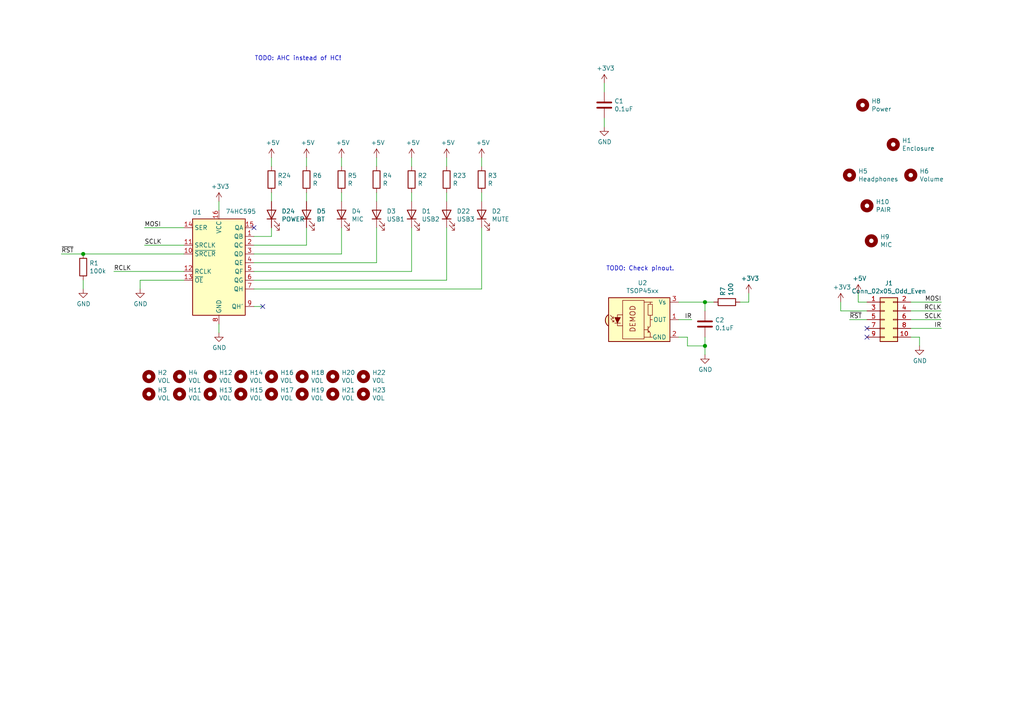
<source format=kicad_sch>
(kicad_sch (version 20201015) (generator eeschema)
  (page 1 1)
  (paper "A4")
  (lib_symbols
    (symbol "74xx:74HC595"
      (property "Reference" "U" (at -7.62 13.97 0))
      (property "Value" "74HC595" (at -7.62 -16.51 0))
      (symbol "74HC595_1_0"
        (pin tri_state line (at 10.16 7.62 180) (length 2.54) (name "QB") (number "1"))
        (pin input line (at -10.16 2.54 0) (length 2.54) (name "~SRCLR") (number "10"))
        (pin input line (at -10.16 5.08 0) (length 2.54) (name "SRCLK") (number "11"))
        (pin input line (at -10.16 -2.54 0) (length 2.54) (name "RCLK") (number "12"))
        (pin input line (at -10.16 -5.08 0) (length 2.54) (name "~OE") (number "13"))
        (pin input line (at -10.16 10.16 0) (length 2.54) (name "SER") (number "14"))
        (pin tri_state line (at 10.16 10.16 180) (length 2.54) (name "QA") (number "15"))
        (pin power_in line (at 0 15.24 270) (length 2.54) (name "VCC") (number "16"))
        (pin tri_state line (at 10.16 5.08 180) (length 2.54) (name "QC") (number "2"))
        (pin tri_state line (at 10.16 2.54 180) (length 2.54) (name "QD") (number "3"))
        (pin tri_state line (at 10.16 0 180) (length 2.54) (name "QE") (number "4"))
        (pin tri_state line (at 10.16 -2.54 180) (length 2.54) (name "QF") (number "5"))
        (pin tri_state line (at 10.16 -5.08 180) (length 2.54) (name "QG") (number "6"))
        (pin tri_state line (at 10.16 -7.62 180) (length 2.54) (name "QH") (number "7"))
        (pin power_in line (at 0 -17.78 90) (length 2.54) (name "GND") (number "8"))
        (pin output line (at 10.16 -12.7 180) (length 2.54) (name "QH'") (number "9"))
      )
      (symbol "74HC595_1_1"
        (rectangle (start -7.62 12.7) (end 7.62 -15.24) (stroke (width 0.254)) (fill (type background)))
      )
    )
    (symbol "Connector_Generic:Conn_02x05_Odd_Even" (pin_names (offset 1.016) hide)
      (property "Reference" "J" (at 1.27 7.62 0))
      (property "Value" "Conn_02x05_Odd_Even" (at 1.27 -7.62 0))
      (symbol "Conn_02x05_Odd_Even_1_1"
        (rectangle (start -1.27 -4.953) (end 0 -5.207) (stroke (width 0.1524)))
        (rectangle (start -1.27 -2.413) (end 0 -2.667) (stroke (width 0.1524)))
        (rectangle (start -1.27 2.667) (end 0 2.413) (stroke (width 0.1524)))
        (rectangle (start -1.27 5.207) (end 0 4.953) (stroke (width 0.1524)))
        (rectangle (start -1.27 6.35) (end 3.81 -6.35) (stroke (width 0.254)) (fill (type background)))
        (rectangle (start -1.27 0.127) (end 0 -0.127) (stroke (width 0.1524)))
        (rectangle (start 3.81 -4.953) (end 2.54 -5.207) (stroke (width 0.1524)))
        (rectangle (start 3.81 -2.413) (end 2.54 -2.667) (stroke (width 0.1524)))
        (rectangle (start 3.81 2.667) (end 2.54 2.413) (stroke (width 0.1524)))
        (rectangle (start 3.81 5.207) (end 2.54 4.953) (stroke (width 0.1524)))
        (rectangle (start 3.81 0.127) (end 2.54 -0.127) (stroke (width 0.1524)))
        (pin passive line (at -5.08 5.08 0) (length 3.81) (name "Pin_1") (number "1"))
        (pin passive line (at 7.62 -5.08 180) (length 3.81) (name "Pin_10") (number "10"))
        (pin passive line (at 7.62 5.08 180) (length 3.81) (name "Pin_2") (number "2"))
        (pin passive line (at -5.08 2.54 0) (length 3.81) (name "Pin_3") (number "3"))
        (pin passive line (at 7.62 2.54 180) (length 3.81) (name "Pin_4") (number "4"))
        (pin passive line (at -5.08 0 0) (length 3.81) (name "Pin_5") (number "5"))
        (pin passive line (at 7.62 0 180) (length 3.81) (name "Pin_6") (number "6"))
        (pin passive line (at -5.08 -2.54 0) (length 3.81) (name "Pin_7") (number "7"))
        (pin passive line (at 7.62 -2.54 180) (length 3.81) (name "Pin_8") (number "8"))
        (pin passive line (at -5.08 -5.08 0) (length 3.81) (name "Pin_9") (number "9"))
      )
    )
    (symbol "Device:C" (pin_numbers hide) (pin_names (offset 0.254))
      (property "Reference" "C" (at 0.635 2.54 0))
      (property "Value" "C" (at 0.635 -2.54 0))
      (symbol "C_0_1"
        (polyline (pts (xy -2.032 -0.762) (xy 2.032 -0.762)) (stroke (width 0.508)))
        (polyline (pts (xy -2.032 0.762) (xy 2.032 0.762)) (stroke (width 0.508)))
      )
      (symbol "C_1_1"
        (pin passive line (at 0 3.81 270) (length 2.794) (name "~") (number "1"))
        (pin passive line (at 0 -3.81 90) (length 2.794) (name "~") (number "2"))
      )
    )
    (symbol "Device:LED" (pin_numbers hide) (pin_names (offset 1.016) hide)
      (property "Reference" "D" (at 0 2.54 0))
      (property "Value" "LED" (at 0 -2.54 0))
      (symbol "LED_0_1"
        (polyline (pts (xy -1.27 -1.27) (xy -1.27 1.27)) (stroke (width 0.254)))
        (polyline (pts (xy -1.27 0) (xy 1.27 0)))
        (polyline (pts (xy 1.27 -1.27) (xy 1.27 1.27) (xy -1.27 0) (xy 1.27 -1.27)) (stroke (width 0.254)))
        (polyline (pts (xy -3.048 -0.762) (xy -4.572 -2.286) (xy -3.81 -2.286) (xy -4.572 -2.286) (xy -4.572 -1.524)))
        (polyline (pts (xy -1.778 -0.762) (xy -3.302 -2.286) (xy -2.54 -2.286) (xy -3.302 -2.286) (xy -3.302 -1.524)))
      )
      (symbol "LED_1_1"
        (pin passive line (at -3.81 0 0) (length 2.54) (name "K") (number "1"))
        (pin passive line (at 3.81 0 180) (length 2.54) (name "A") (number "2"))
      )
    )
    (symbol "Device:R" (pin_numbers hide) (pin_names (offset 0))
      (property "Reference" "R" (at 2.032 0 90))
      (property "Value" "R" (at 0 0 90))
      (symbol "R_0_1"
        (rectangle (start -1.016 -2.54) (end 1.016 2.54) (stroke (width 0.254)))
      )
      (symbol "R_1_1"
        (pin passive line (at 0 3.81 270) (length 1.27) (name "~") (number "1"))
        (pin passive line (at 0 -3.81 90) (length 1.27) (name "~") (number "2"))
      )
    )
    (symbol "Interface_Optical:TSOP45xx" (pin_names (offset 1.016))
      (property "Reference" "U" (at -10.16 7.62 0))
      (property "Value" "TSOP45xx" (at -10.16 -7.62 0))
      (symbol "TSOP45xx_0_0"
        (arc (start -10.287 1.397) (end -10.287 -1.778) (radius (at -9.144 -0.1778) (length 1.9558) (angles 126 -125.5)) (stroke (width 0.254)) (fill (type background)))
        (text "DEMOD" (at -3.175 0.254 900) (effects (font (size 1.524 1.524))))
        (polyline (pts (xy 1.905 -5.08) (xy 0.127 -5.08)))
        (polyline (pts (xy 1.905 5.08) (xy 0.127 5.08)))
      )
      (symbol "TSOP45xx_0_1"
        (rectangle (start -6.096 5.588) (end 0.127 -5.588))
        (rectangle (start 2.54 1.27) (end 1.27 4.445))
        (rectangle (start 7.62 6.35) (end -10.16 -6.35) (stroke (width 0.254)) (fill (type background)))
        (polyline (pts (xy -8.763 0.381) (xy -9.652 1.27)))
        (polyline (pts (xy -8.763 0.381) (xy -9.271 0.381)))
        (polyline (pts (xy -8.763 0.381) (xy -8.763 0.889)))
        (polyline (pts (xy -8.636 -0.635) (xy -9.525 0.254)))
        (polyline (pts (xy -8.636 -0.635) (xy -9.144 -0.635)))
        (polyline (pts (xy -8.636 -0.635) (xy -8.636 -0.127)))
        (polyline (pts (xy -8.382 -1.016) (xy -6.731 -1.016)))
        (polyline (pts (xy 1.27 -2.921) (xy 0.127 -2.921)))
        (polyline (pts (xy 1.27 -1.905) (xy 1.27 -3.81)))
        (polyline (pts (xy 1.397 -3.556) (xy 1.524 -3.556)))
        (polyline (pts (xy 1.651 -3.556) (xy 1.524 -3.556)))
        (polyline (pts (xy 1.651 -3.556) (xy 1.651 -3.302)))
        (polyline (pts (xy 1.905 0) (xy 1.905 1.27)))
        (polyline (pts (xy 1.905 4.445) (xy 1.905 5.08) (xy 2.54 5.08)))
        (polyline (pts (xy -8.382 0.635) (xy -6.731 0.635) (xy -7.62 -1.016) (xy -8.382 0.635)) (fill (type outline)))
        (polyline (pts (xy -6.096 1.397) (xy -7.62 1.397) (xy -7.62 -1.778) (xy -6.096 -1.778)))
        (polyline (pts (xy 1.27 -3.175) (xy 1.905 -3.81) (xy 1.905 -5.08) (xy 2.54 -5.08)))
        (polyline (pts (xy 1.27 -2.54) (xy 1.905 -1.905) (xy 1.905 0) (xy 2.54 0)))
      )
      (symbol "TSOP45xx_1_1"
        (pin output line (at 10.16 0 180) (length 2.54) (name "OUT") (number "1"))
        (pin power_in line (at 10.16 -5.08 180) (length 2.54) (name "GND") (number "2"))
        (pin power_in line (at 10.16 5.08 180) (length 2.54) (name "Vs") (number "3"))
      )
    )
    (symbol "Mechanical:MountingHole" (pin_names (offset 1.016))
      (property "Reference" "H" (at 0 5.08 0))
      (property "Value" "MountingHole" (at 0 3.175 0))
      (symbol "MountingHole_0_1"
        (circle (center 0 0) (radius 1.27) (stroke (width 1.27)))
      )
    )
    (symbol "power:+3V3" (power) (pin_names (offset 0))
      (property "Value" "+3V3" (at 0 3.556 0))
      (symbol "+3V3_0_1"
        (polyline (pts (xy -0.762 1.27) (xy 0 2.54)))
        (polyline (pts (xy 0 0) (xy 0 2.54)))
        (polyline (pts (xy 0 2.54) (xy 0.762 1.27)))
      )
      (symbol "+3V3_1_1"
        (pin power_in line (at 0 0 90) (length 0) hide (name "+3V3") (number "1"))
      )
    )
    (symbol "power:+5V" (power) (pin_names (offset 0))
      (property "Value" "+5V" (at 0 3.556 0))
      (symbol "+5V_0_1"
        (polyline (pts (xy -0.762 1.27) (xy 0 2.54)))
        (polyline (pts (xy 0 0) (xy 0 2.54)))
        (polyline (pts (xy 0 2.54) (xy 0.762 1.27)))
      )
      (symbol "+5V_1_1"
        (pin power_in line (at 0 0 90) (length 0) hide (name "+5V") (number "1"))
      )
    )
    (symbol "power:GND" (power) (pin_names (offset 0))
      (property "Value" "GND" (at 0 -3.81 0))
      (symbol "GND_0_1"
        (polyline (pts (xy 0 0) (xy 0 -1.27) (xy 1.27 -1.27) (xy 0 -2.54) (xy -1.27 -1.27) (xy 0 -1.27)))
      )
      (symbol "GND_1_1"
        (pin power_in line (at 0 0 270) (length 0) hide (name "GND") (number "1"))
      )
    )
  )
  (junction (at 24.13 73.66) (diameter 1.016))
  (junction (at 204.47 87.63) (diameter 1.016))
  (junction (at 204.47 100.33) (diameter 1.016))
  (no_connect (at 73.66 66.04))
  (no_connect (at 251.46 95.25))
  (no_connect (at 251.46 97.79))
  (no_connect (at 76.2 88.9))
  (wire (pts (xy 17.78 73.66) (xy 24.13 73.66)))
  (wire (pts (xy 24.13 73.66) (xy 53.34 73.66)))
  (wire (pts (xy 24.13 81.28) (xy 24.13 83.82)))
  (wire (pts (xy 33.02 78.74) (xy 53.34 78.74)))
  (wire (pts (xy 40.64 81.28) (xy 53.34 81.28)))
  (wire (pts (xy 40.64 83.82) (xy 40.64 81.28)))
  (wire (pts (xy 41.91 66.04) (xy 53.34 66.04)))
  (wire (pts (xy 41.91 71.12) (xy 53.34 71.12)))
  (wire (pts (xy 63.5 58.42) (xy 63.5 60.96)))
  (wire (pts (xy 63.5 93.98) (xy 63.5 96.52)))
  (wire (pts (xy 73.66 68.58) (xy 78.74 68.58)))
  (wire (pts (xy 73.66 71.12) (xy 88.9 71.12)))
  (wire (pts (xy 73.66 73.66) (xy 99.06 73.66)))
  (wire (pts (xy 73.66 76.2) (xy 109.22 76.2)))
  (wire (pts (xy 73.66 78.74) (xy 119.38 78.74)))
  (wire (pts (xy 73.66 81.28) (xy 129.54 81.28)))
  (wire (pts (xy 73.66 83.82) (xy 139.7 83.82)))
  (wire (pts (xy 73.66 88.9) (xy 76.2 88.9)))
  (wire (pts (xy 78.74 45.72) (xy 78.74 48.26)))
  (wire (pts (xy 78.74 55.88) (xy 78.74 58.42)))
  (wire (pts (xy 78.74 68.58) (xy 78.74 66.04)))
  (wire (pts (xy 88.9 45.72) (xy 88.9 48.26)))
  (wire (pts (xy 88.9 55.88) (xy 88.9 58.42)))
  (wire (pts (xy 88.9 71.12) (xy 88.9 66.04)))
  (wire (pts (xy 99.06 45.72) (xy 99.06 48.26)))
  (wire (pts (xy 99.06 55.88) (xy 99.06 58.42)))
  (wire (pts (xy 99.06 73.66) (xy 99.06 66.04)))
  (wire (pts (xy 109.22 45.72) (xy 109.22 48.26)))
  (wire (pts (xy 109.22 55.88) (xy 109.22 58.42)))
  (wire (pts (xy 109.22 76.2) (xy 109.22 66.04)))
  (wire (pts (xy 119.38 45.72) (xy 119.38 48.26)))
  (wire (pts (xy 119.38 55.88) (xy 119.38 58.42)))
  (wire (pts (xy 119.38 78.74) (xy 119.38 66.04)))
  (wire (pts (xy 129.54 45.72) (xy 129.54 48.26)))
  (wire (pts (xy 129.54 55.88) (xy 129.54 58.42)))
  (wire (pts (xy 129.54 81.28) (xy 129.54 66.04)))
  (wire (pts (xy 139.7 45.72) (xy 139.7 48.26)))
  (wire (pts (xy 139.7 55.88) (xy 139.7 58.42)))
  (wire (pts (xy 139.7 83.82) (xy 139.7 66.04)))
  (wire (pts (xy 175.26 24.13) (xy 175.26 26.67)))
  (wire (pts (xy 175.26 34.29) (xy 175.26 36.83)))
  (wire (pts (xy 196.85 87.63) (xy 204.47 87.63)))
  (wire (pts (xy 196.85 92.71) (xy 200.66 92.71)))
  (wire (pts (xy 199.39 97.79) (xy 196.85 97.79)))
  (wire (pts (xy 199.39 100.33) (xy 199.39 97.79)))
  (wire (pts (xy 204.47 87.63) (xy 204.47 90.17)))
  (wire (pts (xy 204.47 87.63) (xy 207.01 87.63)))
  (wire (pts (xy 204.47 97.79) (xy 204.47 100.33)))
  (wire (pts (xy 204.47 100.33) (xy 199.39 100.33)))
  (wire (pts (xy 204.47 100.33) (xy 204.47 102.87)))
  (wire (pts (xy 214.63 87.63) (xy 217.17 87.63)))
  (wire (pts (xy 217.17 87.63) (xy 217.17 85.09)))
  (wire (pts (xy 243.84 90.17) (xy 243.84 87.63)))
  (wire (pts (xy 246.38 92.71) (xy 251.46 92.71)))
  (wire (pts (xy 248.92 85.09) (xy 248.92 87.63)))
  (wire (pts (xy 248.92 87.63) (xy 251.46 87.63)))
  (wire (pts (xy 251.46 90.17) (xy 243.84 90.17)))
  (wire (pts (xy 264.16 87.63) (xy 273.05 87.63)))
  (wire (pts (xy 264.16 90.17) (xy 273.05 90.17)))
  (wire (pts (xy 264.16 92.71) (xy 273.05 92.71)))
  (wire (pts (xy 264.16 95.25) (xy 273.05 95.25)))
  (wire (pts (xy 264.16 97.79) (xy 266.7 97.79)))
  (wire (pts (xy 266.7 97.79) (xy 266.7 100.33)))
  (text "TODO: AHC instead of HC!" (at 99.06 17.78 180) (effects (font (size 1.27 1.27)) (justify right bottom)))
  (text "TODO: Check pinout." (at 195.58 78.74 180) (effects (font (size 1.27 1.27)) (justify right bottom)))
  (label "~RST" (at 17.78 73.66 0))
  (label "RCLK" (at 33.02 78.74 0))
  (label "MOSI" (at 41.91 66.04 0))
  (label "SCLK" (at 41.91 71.12 0))
  (label "IR" (at 200.66 92.71 180))
  (label "~RST" (at 246.38 92.71 0))
  (label "MOSI" (at 273.05 87.63 180))
  (label "RCLK" (at 273.05 90.17 180))
  (label "SCLK" (at 273.05 92.71 180))
  (label "IR" (at 273.05 95.25 180))
  (symbol (lib_id "power:+3V3") (at 63.5 58.42 0) (unit 1)
    (property "Reference" "#PWR0101" (effects hide))
    (property "Value" "+3V3" (at 63.8683 54.0956 0))
  )
  (symbol (lib_id "power:+5V") (at 78.74 45.72 0) (unit 1)
    (property "Reference" "#PWR0114" (effects hide))
    (property "Value" "+5V" (at 79.1083 41.3956 0))
  )
  (symbol (lib_id "power:+5V") (at 88.9 45.72 0) (unit 1)
    (property "Reference" "#PWR0113" (effects hide))
    (property "Value" "+5V" (at 89.2683 41.3956 0))
  )
  (symbol (lib_id "power:+5V") (at 99.06 45.72 0) (unit 1)
    (property "Reference" "#PWR0105" (effects hide))
    (property "Value" "+5V" (at 99.4283 41.3956 0))
  )
  (symbol (lib_id "power:+5V") (at 109.22 45.72 0) (unit 1)
    (property "Reference" "#PWR0102" (effects hide))
    (property "Value" "+5V" (at 109.5883 41.3956 0))
  )
  (symbol (lib_id "power:+5V") (at 119.38 45.72 0) (unit 1)
    (property "Reference" "#PWR0107" (effects hide))
    (property "Value" "+5V" (at 119.7483 41.3956 0))
  )
  (symbol (lib_id "power:+5V") (at 129.54 45.72 0) (unit 1)
    (property "Reference" "#PWR0106" (effects hide))
    (property "Value" "+5V" (at 129.9083 41.3956 0))
  )
  (symbol (lib_id "power:+5V") (at 139.7 45.72 0) (unit 1)
    (property "Reference" "#PWR0112" (effects hide))
    (property "Value" "+5V" (at 140.0683 41.3956 0))
  )
  (symbol (lib_id "power:+3V3") (at 175.26 24.13 0) (unit 1)
    (property "Reference" "#PWR0121" (effects hide))
    (property "Value" "+3V3" (at 175.6283 19.8056 0))
  )
  (symbol (lib_id "power:+3V3") (at 217.17 85.09 0) (unit 1)
    (property "Reference" "#PWR0115" (effects hide))
    (property "Value" "+3V3" (at 217.5383 80.7656 0))
  )
  (symbol (lib_id "power:+3V3") (at 243.84 87.63 0) (unit 1)
    (property "Reference" "#PWR0109" (effects hide))
    (property "Value" "+3V3" (at 244.2083 83.3056 0))
  )
  (symbol (lib_id "power:+5V") (at 248.92 85.09 0) (unit 1)
    (property "Reference" "#PWR0111" (effects hide))
    (property "Value" "+5V" (at 249.2883 80.7656 0))
  )
  (symbol (lib_id "power:GND") (at 24.13 83.82 0) (unit 1)
    (property "Reference" "#PWR0103" (effects hide))
    (property "Value" "GND" (at 24.2443 88.1444 0))
  )
  (symbol (lib_id "power:GND") (at 40.64 83.82 0) (unit 1)
    (property "Reference" "#PWR0108" (effects hide))
    (property "Value" "GND" (at 40.7543 88.1444 0))
  )
  (symbol (lib_id "power:GND") (at 63.5 96.52 0) (unit 1)
    (property "Reference" "#PWR0104" (effects hide))
    (property "Value" "GND" (at 63.6143 100.8444 0))
  )
  (symbol (lib_id "power:GND") (at 175.26 36.83 0) (unit 1)
    (property "Reference" "#PWR0120" (effects hide))
    (property "Value" "GND" (at 175.3743 41.1544 0))
  )
  (symbol (lib_id "power:GND") (at 204.47 102.87 0) (unit 1)
    (property "Reference" "#PWR0116" (effects hide))
    (property "Value" "GND" (at 204.5843 107.1944 0))
  )
  (symbol (lib_id "power:GND") (at 266.7 100.33 0) (unit 1)
    (property "Reference" "#PWR0110" (effects hide))
    (property "Value" "GND" (at 266.8143 104.6544 0))
  )
  (symbol (lib_id "Mechanical:MountingHole") (at 43.18 109.22 0) (unit 1)
    (property "Reference" "H2" (at 45.7201 108.0706 0) (effects (justify left)))
    (property "Value" "VOL" (at 45.72 110.369 0) (effects (justify left)))
    (property "Footprint" "FrontPanel-Footprints:PanelCutout_LED_0603_1608Metric_SideView_Inolux" (effects hide))
  )
  (symbol (lib_id "Mechanical:MountingHole") (at 43.18 114.3 0) (unit 1)
    (property "Reference" "H3" (at 45.7201 113.1506 0) (effects (justify left)))
    (property "Value" "VOL" (at 45.72 115.449 0) (effects (justify left)))
    (property "Footprint" "FrontPanel-Footprints:PanelCutout_LED_0603_1608Metric_SideView_Inolux" (effects hide))
  )
  (symbol (lib_id "Mechanical:MountingHole") (at 52.07 109.22 0) (unit 1)
    (property "Reference" "H4" (at 54.6101 108.0706 0) (effects (justify left)))
    (property "Value" "VOL" (at 54.61 110.369 0) (effects (justify left)))
    (property "Footprint" "FrontPanel-Footprints:PanelCutout_LED_0603_1608Metric_SideView_Inolux" (effects hide))
  )
  (symbol (lib_id "Mechanical:MountingHole") (at 52.07 114.3 0) (unit 1)
    (property "Reference" "H11" (at 54.6101 113.1506 0) (effects (justify left)))
    (property "Value" "VOL" (at 54.61 115.449 0) (effects (justify left)))
    (property "Footprint" "FrontPanel-Footprints:PanelCutout_LED_0603_1608Metric_SideView_Inolux" (effects hide))
  )
  (symbol (lib_id "Mechanical:MountingHole") (at 60.96 109.22 0) (unit 1)
    (property "Reference" "H12" (at 63.5001 108.0706 0) (effects (justify left)))
    (property "Value" "VOL" (at 63.5 110.369 0) (effects (justify left)))
    (property "Footprint" "FrontPanel-Footprints:PanelCutout_LED_0603_1608Metric_SideView_Inolux" (effects hide))
  )
  (symbol (lib_id "Mechanical:MountingHole") (at 60.96 114.3 0) (unit 1)
    (property "Reference" "H13" (at 63.5001 113.1506 0) (effects (justify left)))
    (property "Value" "VOL" (at 63.5 115.449 0) (effects (justify left)))
    (property "Footprint" "FrontPanel-Footprints:PanelCutout_LED_0603_1608Metric_SideView_Inolux" (effects hide))
  )
  (symbol (lib_id "Mechanical:MountingHole") (at 69.85 109.22 0) (unit 1)
    (property "Reference" "H14" (at 72.3901 108.0706 0) (effects (justify left)))
    (property "Value" "VOL" (at 72.39 110.369 0) (effects (justify left)))
    (property "Footprint" "FrontPanel-Footprints:PanelCutout_LED_0603_1608Metric_SideView_Inolux" (effects hide))
  )
  (symbol (lib_id "Mechanical:MountingHole") (at 69.85 114.3 0) (unit 1)
    (property "Reference" "H15" (at 72.3901 113.1506 0) (effects (justify left)))
    (property "Value" "VOL" (at 72.39 115.449 0) (effects (justify left)))
    (property "Footprint" "FrontPanel-Footprints:PanelCutout_LED_0603_1608Metric_SideView_Inolux" (effects hide))
  )
  (symbol (lib_id "Mechanical:MountingHole") (at 78.74 109.22 0) (unit 1)
    (property "Reference" "H16" (at 81.2801 108.0706 0) (effects (justify left)))
    (property "Value" "VOL" (at 81.28 110.369 0) (effects (justify left)))
    (property "Footprint" "FrontPanel-Footprints:PanelCutout_LED_0603_1608Metric_SideView_Inolux" (effects hide))
  )
  (symbol (lib_id "Mechanical:MountingHole") (at 78.74 114.3 0) (unit 1)
    (property "Reference" "H17" (at 81.2801 113.1506 0) (effects (justify left)))
    (property "Value" "VOL" (at 81.28 115.449 0) (effects (justify left)))
    (property "Footprint" "FrontPanel-Footprints:PanelCutout_LED_0603_1608Metric_SideView_Inolux" (effects hide))
  )
  (symbol (lib_id "Mechanical:MountingHole") (at 87.63 109.22 0) (unit 1)
    (property "Reference" "H18" (at 90.1701 108.0706 0) (effects (justify left)))
    (property "Value" "VOL" (at 90.17 110.369 0) (effects (justify left)))
    (property "Footprint" "FrontPanel-Footprints:PanelCutout_LED_0603_1608Metric_SideView_Inolux" (effects hide))
  )
  (symbol (lib_id "Mechanical:MountingHole") (at 87.63 114.3 0) (unit 1)
    (property "Reference" "H19" (at 90.1701 113.1506 0) (effects (justify left)))
    (property "Value" "VOL" (at 90.17 115.449 0) (effects (justify left)))
    (property "Footprint" "FrontPanel-Footprints:PanelCutout_LED_0603_1608Metric_SideView_Inolux" (effects hide))
  )
  (symbol (lib_id "Mechanical:MountingHole") (at 96.52 109.22 0) (unit 1)
    (property "Reference" "H20" (at 99.0601 108.0706 0) (effects (justify left)))
    (property "Value" "VOL" (at 99.06 110.369 0) (effects (justify left)))
    (property "Footprint" "FrontPanel-Footprints:PanelCutout_LED_0603_1608Metric_SideView_Inolux" (effects hide))
  )
  (symbol (lib_id "Mechanical:MountingHole") (at 96.52 114.3 0) (unit 1)
    (property "Reference" "H21" (at 99.0601 113.1506 0) (effects (justify left)))
    (property "Value" "VOL" (at 99.06 115.449 0) (effects (justify left)))
    (property "Footprint" "FrontPanel-Footprints:PanelCutout_LED_0603_1608Metric_SideView_Inolux" (effects hide))
  )
  (symbol (lib_id "Mechanical:MountingHole") (at 105.41 109.22 0) (unit 1)
    (property "Reference" "H22" (at 107.9501 108.0706 0) (effects (justify left)))
    (property "Value" "VOL" (at 107.95 110.369 0) (effects (justify left)))
    (property "Footprint" "FrontPanel-Footprints:PanelCutout_LED_0603_1608Metric_SideView_Inolux" (effects hide))
  )
  (symbol (lib_id "Mechanical:MountingHole") (at 105.41 114.3 0) (unit 1)
    (property "Reference" "H23" (at 107.9501 113.1506 0) (effects (justify left)))
    (property "Value" "VOL" (at 107.95 115.449 0) (effects (justify left)))
    (property "Footprint" "FrontPanel-Footprints:PanelCutout_LED_0603_1608Metric_SideView_Inolux" (effects hide))
  )
  (symbol (lib_id "Mechanical:MountingHole") (at 246.38 50.8 0) (unit 1)
    (property "Reference" "H5" (at 248.9201 49.6506 0) (effects (justify left)))
    (property "Value" "Headphones" (at 248.92 51.949 0) (effects (justify left)))
    (property "Footprint" "FrontPanel-Footprints:PanelCutout_Jack_3.5mm_CUI_SJ-435107" (effects hide))
  )
  (symbol (lib_id "Mechanical:MountingHole") (at 250.19 30.48 0) (unit 1)
    (property "Reference" "H8" (at 252.7301 29.3306 0) (effects (justify left)))
    (property "Value" "Power" (at 252.73 31.629 0) (effects (justify left)))
    (property "Footprint" "FrontPanel-Footprints:PanelCutout_SW_E-Switch_100SP-M7" (effects hide))
  )
  (symbol (lib_id "Mechanical:MountingHole") (at 251.46 59.69 0) (unit 1)
    (property "Reference" "H10" (at 254.0001 58.5406 0) (effects (justify left)))
    (property "Value" "PAIR" (at 254 60.839 0) (effects (justify left)))
    (property "Footprint" "FrontPanel-Footprints:PanelCutout_SW_E-Switch_100SP-M7" (effects hide))
  )
  (symbol (lib_id "Mechanical:MountingHole") (at 252.73 69.85 0) (unit 1)
    (property "Reference" "H9" (at 255.2701 68.7006 0) (effects (justify left)))
    (property "Value" "MIC" (at 255.27 70.999 0) (effects (justify left)))
    (property "Footprint" "FrontPanel-Footprints:PanelCutout_SW_E-Switch_100SP-M7" (effects hide))
  )
  (symbol (lib_id "Mechanical:MountingHole") (at 259.08 41.91 0) (unit 1)
    (property "Reference" "H1" (at 261.6201 40.7606 0) (effects (justify left)))
    (property "Value" "Enclosure" (at 261.62 43.059 0) (effects (justify left)))
    (property "Footprint" "FrontPanel-Footprints:EnclosureEndPlate_1455L1601" (effects hide))
  )
  (symbol (lib_id "Mechanical:MountingHole") (at 264.16 50.8 0) (unit 1)
    (property "Reference" "H6" (at 266.7001 49.6506 0) (effects (justify left)))
    (property "Value" "Volume" (at 266.7 51.949 0) (effects (justify left)))
    (property "Footprint" "FrontPanel-Footprints:PanelCutout_RotaryEncoder_TT_EN12-V_Knob16mm" (effects hide))
  )
  (symbol (lib_id "Device:R") (at 24.13 77.47 0) (unit 1)
    (property "Reference" "R1" (at 25.9081 76.3206 0) (effects (justify left)))
    (property "Value" "100k" (at 25.908 78.619 0) (effects (justify left)))
    (property "Footprint" "Resistor_SMD:R_0603_1608Metric" (effects hide))
  )
  (symbol (lib_id "Device:R") (at 78.74 52.07 0) (unit 1)
    (property "Reference" "R24" (at 80.518 50.921 0) (effects (justify left)))
    (property "Value" "R" (at 80.5181 53.2193 0) (effects (justify left)))
    (property "Footprint" "Resistor_SMD:R_0603_1608Metric" (effects hide))
  )
  (symbol (lib_id "Device:R") (at 88.9 52.07 0) (unit 1)
    (property "Reference" "R6" (at 90.678 50.921 0) (effects (justify left)))
    (property "Value" "R" (at 90.6781 53.2193 0) (effects (justify left)))
    (property "Footprint" "Resistor_SMD:R_0603_1608Metric" (effects hide))
  )
  (symbol (lib_id "Device:R") (at 99.06 52.07 0) (unit 1)
    (property "Reference" "R5" (at 100.838 50.921 0) (effects (justify left)))
    (property "Value" "R" (at 100.8381 53.2193 0) (effects (justify left)))
    (property "Footprint" "Resistor_SMD:R_0603_1608Metric" (effects hide))
  )
  (symbol (lib_id "Device:R") (at 109.22 52.07 0) (unit 1)
    (property "Reference" "R4" (at 110.998 50.921 0) (effects (justify left)))
    (property "Value" "R" (at 110.9981 53.2193 0) (effects (justify left)))
    (property "Footprint" "Resistor_SMD:R_0603_1608Metric" (effects hide))
  )
  (symbol (lib_id "Device:R") (at 119.38 52.07 0) (unit 1)
    (property "Reference" "R2" (at 121.158 50.921 0) (effects (justify left)))
    (property "Value" "R" (at 121.1581 53.2193 0) (effects (justify left)))
    (property "Footprint" "Resistor_SMD:R_0603_1608Metric" (effects hide))
  )
  (symbol (lib_id "Device:R") (at 129.54 52.07 0) (unit 1)
    (property "Reference" "R23" (at 131.318 50.921 0) (effects (justify left)))
    (property "Value" "R" (at 131.3181 53.2193 0) (effects (justify left)))
    (property "Footprint" "Resistor_SMD:R_0603_1608Metric" (effects hide))
  )
  (symbol (lib_id "Device:R") (at 139.7 52.07 0) (unit 1)
    (property "Reference" "R3" (at 141.478 50.921 0) (effects (justify left)))
    (property "Value" "R" (at 141.4781 53.2193 0) (effects (justify left)))
    (property "Footprint" "Resistor_SMD:R_0603_1608Metric" (effects hide))
  )
  (symbol (lib_id "Device:R") (at 210.82 87.63 90) (unit 1)
    (property "Reference" "R7" (at 209.671 85.852 0) (effects (justify left)))
    (property "Value" "100" (at 211.969 85.852 0) (effects (justify left)))
    (property "Footprint" "Resistor_SMD:R_0603_1608Metric" (effects hide))
  )
  (symbol (lib_id "Device:LED") (at 78.74 62.23 90) (unit 1)
    (property "Reference" "D24" (at 81.661 61.271 90) (effects (justify right)))
    (property "Value" "POWER" (at 81.661 63.57 90) (effects (justify right)))
    (property "Footprint" "FrontPanel-Footprints:LED_0805_2012Metric_ReverseMount" (effects hide))
  )
  (symbol (lib_id "Device:LED") (at 88.9 62.23 90) (unit 1)
    (property "Reference" "D5" (at 91.821 61.271 90) (effects (justify right)))
    (property "Value" "BT" (at 91.821 63.57 90) (effects (justify right)))
    (property "Footprint" "FrontPanel-Footprints:LED_0805_2012Metric_ReverseMount" (effects hide))
  )
  (symbol (lib_id "Device:LED") (at 99.06 62.23 90) (unit 1)
    (property "Reference" "D4" (at 101.981 61.271 90) (effects (justify right)))
    (property "Value" "MIC" (at 101.981 63.57 90) (effects (justify right)))
    (property "Footprint" "FrontPanel-Footprints:LED_0805_2012Metric_ReverseMount" (effects hide))
  )
  (symbol (lib_id "Device:LED") (at 109.22 62.23 90) (unit 1)
    (property "Reference" "D3" (at 112.141 61.271 90) (effects (justify right)))
    (property "Value" "USB1" (at 112.141 63.57 90) (effects (justify right)))
    (property "Footprint" "FrontPanel-Footprints:LED_0805_2012Metric_ReverseMount" (effects hide))
  )
  (symbol (lib_id "Device:LED") (at 119.38 62.23 90) (unit 1)
    (property "Reference" "D1" (at 122.301 61.271 90) (effects (justify right)))
    (property "Value" "USB2" (at 122.301 63.57 90) (effects (justify right)))
    (property "Footprint" "FrontPanel-Footprints:LED_0805_2012Metric_ReverseMount" (effects hide))
  )
  (symbol (lib_id "Device:LED") (at 129.54 62.23 90) (unit 1)
    (property "Reference" "D22" (at 132.461 61.271 90) (effects (justify right)))
    (property "Value" "USB3" (at 132.461 63.57 90) (effects (justify right)))
    (property "Footprint" "FrontPanel-Footprints:LED_0805_2012Metric_ReverseMount" (effects hide))
  )
  (symbol (lib_id "Device:LED") (at 139.7 62.23 90) (unit 1)
    (property "Reference" "D2" (at 142.621 61.271 90) (effects (justify right)))
    (property "Value" "MUTE" (at 142.621 63.57 90) (effects (justify right)))
    (property "Footprint" "FrontPanel-Footprints:LED_0805_2012Metric_ReverseMount" (effects hide))
  )
  (symbol (lib_id "Device:C") (at 175.26 30.48 0) (unit 1)
    (property "Reference" "C1" (at 178.1811 29.3306 0) (effects (justify left)))
    (property "Value" "0.1uF" (at 178.181 31.629 0) (effects (justify left)))
    (property "Footprint" "Capacitor_SMD:C_0603_1608Metric" (effects hide))
  )
  (symbol (lib_id "Device:C") (at 204.47 93.98 0) (unit 1)
    (property "Reference" "C2" (at 207.3911 92.8306 0) (effects (justify left)))
    (property "Value" "0.1uF" (at 207.391 95.129 0) (effects (justify left)))
    (property "Footprint" "Capacitor_SMD:C_0603_1608Metric" (effects hide))
  )
  (symbol (lib_id "Connector_Generic:Conn_02x05_Odd_Even") (at 256.54 92.71 0) (unit 1)
    (property "Reference" "J1" (at 257.81 82.1498 0))
    (property "Value" "Conn_02x05_Odd_Even" (at 257.81 84.4485 0))
    (property "Footprint" "Connector_PinHeader_2.54mm:PinHeader_2x05_P2.54mm_Vertical_SMD" (effects hide))
  )
  (symbol (lib_id "Interface_Optical:TSOP45xx") (at 186.69 92.71 0) (unit 1)
    (property "Reference" "U2" (at 186.3471 82.0482 0))
    (property "Value" "TSOP45xx" (at 186.3471 84.3469 0))
    (property "Footprint" "FrontPanel-Footprints:Vishay_Mold_Reverse" (effects hide))
    (property "Datasheet" "http://www.vishay.com/docs/82460/tsop45.pdf" (effects hide))
  )
  (symbol (lib_id "74xx:74HC595") (at 63.5 76.2 0) (unit 1)
    (property "Reference" "U1" (at 57.15 61.5758 0))
    (property "Value" "74HC595" (at 69.85 61.3345 0))
    (property "Footprint" "Package_SO:TSSOP-16_4.4x5mm_P0.65mm" (effects hide))
    (property "Datasheet" "http://www.ti.com/lit/ds/symlink/sn74hc595.pdf" (effects hide))
  )
)
</source>
